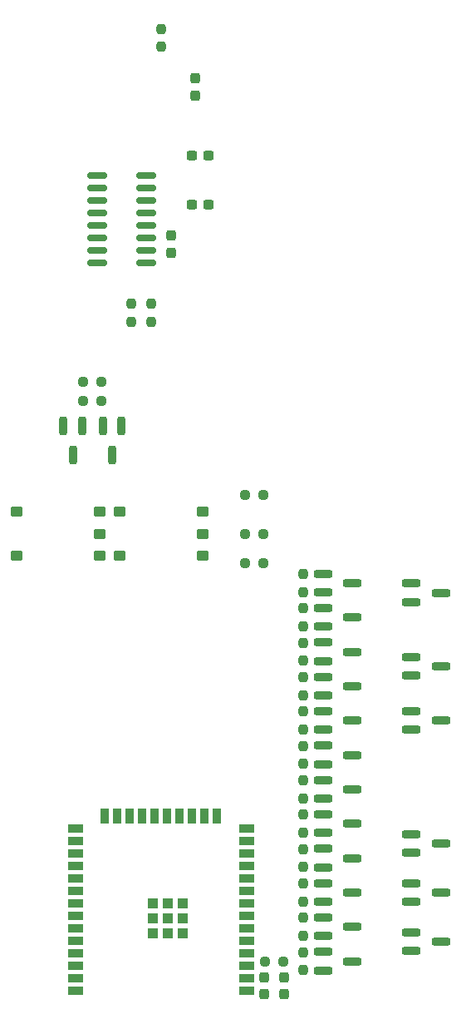
<source format=gbr>
%TF.GenerationSoftware,KiCad,Pcbnew,7.0.10-7.0.10~ubuntu20.04.1*%
%TF.CreationDate,2024-07-23T03:20:50+03:00*%
%TF.ProjectId,Dot-Matrix-Terminal,446f742d-4d61-4747-9269-782d5465726d,rev?*%
%TF.SameCoordinates,PX5f5e100PY8f0d180*%
%TF.FileFunction,Paste,Top*%
%TF.FilePolarity,Positive*%
%FSLAX46Y46*%
G04 Gerber Fmt 4.6, Leading zero omitted, Abs format (unit mm)*
G04 Created by KiCad (PCBNEW 7.0.10-7.0.10~ubuntu20.04.1) date 2024-07-23 03:20:50*
%MOMM*%
%LPD*%
G01*
G04 APERTURE LIST*
G04 Aperture macros list*
%AMRoundRect*
0 Rectangle with rounded corners*
0 $1 Rounding radius*
0 $2 $3 $4 $5 $6 $7 $8 $9 X,Y pos of 4 corners*
0 Add a 4 corners polygon primitive as box body*
4,1,4,$2,$3,$4,$5,$6,$7,$8,$9,$2,$3,0*
0 Add four circle primitives for the rounded corners*
1,1,$1+$1,$2,$3*
1,1,$1+$1,$4,$5*
1,1,$1+$1,$6,$7*
1,1,$1+$1,$8,$9*
0 Add four rect primitives between the rounded corners*
20,1,$1+$1,$2,$3,$4,$5,0*
20,1,$1+$1,$4,$5,$6,$7,0*
20,1,$1+$1,$6,$7,$8,$9,0*
20,1,$1+$1,$8,$9,$2,$3,0*%
G04 Aperture macros list end*
%ADD10RoundRect,0.200000X-0.750000X-0.200000X0.750000X-0.200000X0.750000X0.200000X-0.750000X0.200000X0*%
%ADD11RoundRect,0.237500X-0.237500X0.250000X-0.237500X-0.250000X0.237500X-0.250000X0.237500X0.250000X0*%
%ADD12RoundRect,0.150000X0.450000X0.350000X-0.450000X0.350000X-0.450000X-0.350000X0.450000X-0.350000X0*%
%ADD13RoundRect,0.237500X-0.237500X0.300000X-0.237500X-0.300000X0.237500X-0.300000X0.237500X0.300000X0*%
%ADD14RoundRect,0.237500X-0.250000X-0.237500X0.250000X-0.237500X0.250000X0.237500X-0.250000X0.237500X0*%
%ADD15RoundRect,0.237500X0.250000X0.237500X-0.250000X0.237500X-0.250000X-0.237500X0.250000X-0.237500X0*%
%ADD16RoundRect,0.237500X-0.300000X-0.237500X0.300000X-0.237500X0.300000X0.237500X-0.300000X0.237500X0*%
%ADD17RoundRect,0.237500X0.237500X-0.250000X0.237500X0.250000X-0.237500X0.250000X-0.237500X-0.250000X0*%
%ADD18R,1.050000X1.050000*%
%ADD19R,1.500000X0.900000*%
%ADD20R,0.900000X1.500000*%
%ADD21RoundRect,0.200000X-0.200000X0.750000X-0.200000X-0.750000X0.200000X-0.750000X0.200000X0.750000X0*%
%ADD22RoundRect,0.150000X0.825000X0.150000X-0.825000X0.150000X-0.825000X-0.150000X0.825000X-0.150000X0*%
%ADD23RoundRect,0.237500X0.237500X-0.300000X0.237500X0.300000X-0.237500X0.300000X-0.237500X-0.300000X0*%
G04 APERTURE END LIST*
D10*
%TO.C,D6*%
X48500000Y42000000D03*
X45500000Y41050000D03*
X45500000Y42950000D03*
%TD*%
D11*
%TO.C,R4*%
X34500000Y14087500D03*
X34500000Y15912500D03*
%TD*%
%TO.C,R6*%
X34500000Y21087500D03*
X34500000Y22912500D03*
%TD*%
D10*
%TO.C,Q4*%
X39500000Y15000000D03*
X36500000Y14050000D03*
X36500000Y15950000D03*
%TD*%
D12*
%TO.C,SW1*%
X13700000Y48000000D03*
X5300000Y50250000D03*
X13700000Y50250000D03*
X5300000Y45750000D03*
X13700000Y45750000D03*
%TD*%
D13*
%TO.C,C4*%
X20999999Y76637500D03*
X20999999Y78362500D03*
%TD*%
D10*
%TO.C,Q11*%
X39499999Y39500000D03*
X36499999Y38550000D03*
X36499999Y40450000D03*
%TD*%
%TO.C,Q7*%
X39500000Y25500000D03*
X36500000Y24550000D03*
X36500000Y26450000D03*
%TD*%
D11*
%TO.C,R8*%
X34499999Y28087500D03*
X34499999Y29912500D03*
%TD*%
D14*
%TO.C,R15*%
X30412500Y45000000D03*
X28587500Y45000000D03*
%TD*%
D15*
%TO.C,R14*%
X28587500Y52000000D03*
X30412500Y52000000D03*
%TD*%
D11*
%TO.C,R11*%
X34499999Y38587500D03*
X34499999Y40412500D03*
%TD*%
D16*
%TO.C,C1*%
X24862500Y86499999D03*
X23137500Y86499999D03*
%TD*%
D11*
%TO.C,R1*%
X34500000Y7087500D03*
X34500000Y8912500D03*
%TD*%
D10*
%TO.C,Q8*%
X39500000Y29000000D03*
X36500000Y28050000D03*
X36500000Y29950000D03*
%TD*%
D13*
%TO.C,C5*%
X30500000Y1137500D03*
X30500000Y2862500D03*
%TD*%
D11*
%TO.C,R7*%
X34500000Y24587500D03*
X34500000Y26412500D03*
%TD*%
D14*
%TO.C,R16*%
X32412500Y4500000D03*
X30587500Y4500000D03*
%TD*%
D10*
%TO.C,Q6*%
X39500000Y22000000D03*
X36500000Y21050000D03*
X36500000Y22950000D03*
%TD*%
D16*
%TO.C,C2*%
X24862500Y81499999D03*
X23137500Y81499999D03*
%TD*%
D10*
%TO.C,D3*%
X48500000Y16500000D03*
X45500000Y15550000D03*
X45500000Y17450000D03*
%TD*%
%TO.C,D2*%
X48500000Y11500000D03*
X45500000Y10550000D03*
X45500000Y12450000D03*
%TD*%
D13*
%TO.C,C6*%
X32500000Y1137500D03*
X32500000Y2862500D03*
%TD*%
D11*
%TO.C,R10*%
X34500000Y35087501D03*
X34500000Y36912501D03*
%TD*%
D14*
%TO.C,R19*%
X13912500Y61500000D03*
X12087500Y61500000D03*
%TD*%
D17*
%TO.C,R21*%
X17000000Y71412500D03*
X17000000Y69587500D03*
%TD*%
D18*
%TO.C,U1*%
X19155000Y10365000D03*
X19155000Y8840000D03*
X19155000Y7315000D03*
X20680000Y10365000D03*
X20680000Y8840000D03*
X20680000Y7315000D03*
X22205000Y10365000D03*
X22205000Y8840000D03*
X22205000Y7315000D03*
D19*
X11250000Y1500000D03*
X11250000Y2770000D03*
X11250000Y4040000D03*
X11250000Y5310000D03*
X11250000Y6580000D03*
X11250000Y7850000D03*
X11250000Y9120000D03*
X11250000Y10390000D03*
X11250000Y11660000D03*
X11250000Y12930000D03*
X11250000Y14200000D03*
X11250000Y15470000D03*
X11250000Y16740000D03*
X11250000Y18010000D03*
D20*
X14280000Y19260000D03*
X15550000Y19260000D03*
X16820000Y19260000D03*
X18090000Y19260000D03*
X19360000Y19260000D03*
X20630000Y19260000D03*
X21900000Y19260000D03*
X23170000Y19260000D03*
X24440000Y19260000D03*
X25710000Y19260000D03*
D19*
X28750000Y18010000D03*
X28750000Y16740000D03*
X28750000Y15470000D03*
X28750000Y14200000D03*
X28750000Y12930000D03*
X28750000Y11660000D03*
X28750000Y10390000D03*
X28750000Y9120000D03*
X28750000Y7850000D03*
X28750000Y6580000D03*
X28750000Y5310000D03*
X28750000Y4040000D03*
X28750000Y2770000D03*
X28750000Y1500000D03*
%TD*%
D10*
%TO.C,D4*%
X48500000Y29000000D03*
X45500000Y28050000D03*
X45500000Y29950000D03*
%TD*%
D21*
%TO.C,Q14*%
X10999999Y56000000D03*
X10049999Y59000000D03*
X11949999Y59000000D03*
%TD*%
D17*
%TO.C,R20*%
X19000000Y71412500D03*
X19000000Y69587500D03*
%TD*%
D11*
%TO.C,R9*%
X34500000Y31587501D03*
X34500000Y33412501D03*
%TD*%
D10*
%TO.C,Q9*%
X39500000Y32500000D03*
X36500000Y31550000D03*
X36500000Y33450000D03*
%TD*%
D14*
%TO.C,R13*%
X30412499Y48000000D03*
X28587499Y48000000D03*
%TD*%
D11*
%TO.C,R3*%
X34500000Y10587500D03*
X34500000Y12412500D03*
%TD*%
%TO.C,R5*%
X34500000Y17587500D03*
X34500000Y19412500D03*
%TD*%
D21*
%TO.C,Q15*%
X15000000Y56000000D03*
X14050000Y59000000D03*
X15950000Y59000000D03*
%TD*%
D10*
%TO.C,Q12*%
X39500000Y43000000D03*
X36500000Y42050000D03*
X36500000Y43950000D03*
%TD*%
D22*
%TO.C,U2*%
X13524999Y75555000D03*
X13524999Y76825000D03*
X13524999Y78095000D03*
X13524999Y79365000D03*
X13524999Y80635000D03*
X13524999Y81905000D03*
X13524999Y83175000D03*
X13524999Y84445000D03*
X18474999Y84445000D03*
X18474999Y83175000D03*
X18474999Y81905000D03*
X18474999Y80635000D03*
X18474999Y79365000D03*
X18474999Y78095000D03*
X18474999Y76825000D03*
X18474999Y75555000D03*
%TD*%
D12*
%TO.C,SW2*%
X24200000Y48000000D03*
X15800000Y50250000D03*
X24200000Y50250000D03*
X15800000Y45750000D03*
X24200000Y45750000D03*
%TD*%
D10*
%TO.C,Q2*%
X39500000Y8000000D03*
X36500000Y7050000D03*
X36500000Y8950000D03*
%TD*%
D17*
%TO.C,R17*%
X20000000Y99412500D03*
X20000000Y97587500D03*
%TD*%
D10*
%TO.C,Q1*%
X39500000Y4500000D03*
X36500000Y3550000D03*
X36500000Y5450000D03*
%TD*%
D15*
%TO.C,R18*%
X12087500Y63500000D03*
X13912500Y63500000D03*
%TD*%
D11*
%TO.C,R2*%
X34499999Y3587500D03*
X34499999Y5412500D03*
%TD*%
D10*
%TO.C,Q3*%
X39500000Y11500000D03*
X36500000Y10550000D03*
X36500000Y12450000D03*
%TD*%
%TO.C,D1*%
X48500000Y6500000D03*
X45500000Y5550000D03*
X45500000Y7450000D03*
%TD*%
%TO.C,Q5*%
X39500000Y18500000D03*
X36500000Y17550000D03*
X36500000Y19450000D03*
%TD*%
D23*
%TO.C,C3*%
X23500000Y94362500D03*
X23500000Y92637500D03*
%TD*%
D10*
%TO.C,Q10*%
X39500000Y36000001D03*
X36500000Y35050001D03*
X36500000Y36950001D03*
%TD*%
D11*
%TO.C,R12*%
X34499999Y42087500D03*
X34499999Y43912500D03*
%TD*%
D10*
%TO.C,D5*%
X48500000Y34500000D03*
X45500000Y33550000D03*
X45500000Y35450000D03*
%TD*%
M02*

</source>
